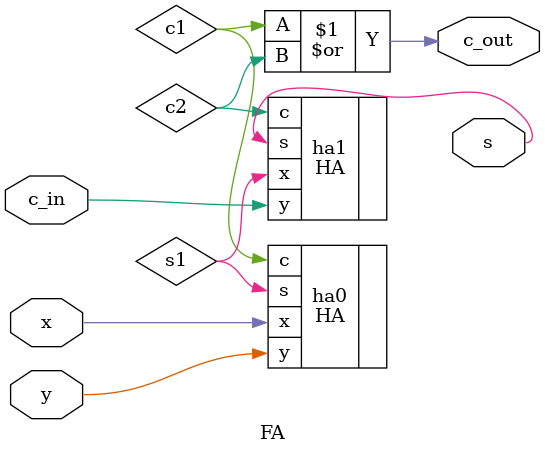
<source format=v>
module FA(
	input 	   x,
	input 	   y,
	input 	c_in,
	output     s, 
	output  c_out
);
wire s1, c1, c2;

HA ha0 (.x(x), .y(y), .s(s1), .c(c1));
HA ha1 (.x(s1), .y(c_in), .s(s), .c(c2));
or (c_out, c1, c2);

endmodule


</source>
